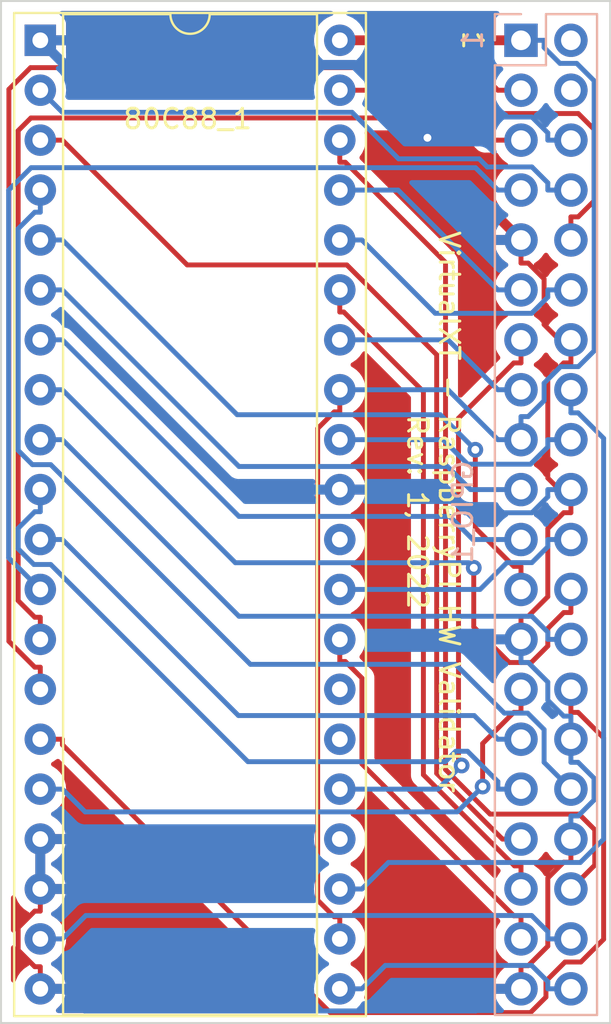
<source format=kicad_pcb>
(kicad_pcb (version 20211014) (generator pcbnew)
  (layers (0 "F.Cu" signal) (31 "B.Cu" signal) (34 "B.Paste" user) (35 "F.Paste" user) (36 "B.SilkS" user "B.Silkscreen") (37 "F.SilkS" user "F.Silkscreen") (38 "B.Mask" user) (39 "F.Mask" user) (44 "Edge.Cuts" user))
  (net 0 "")
  (net 1 "Net-(80C88_1-Pad1)")
  (net 2 "Net-(80C88_1-Pad2)")
  (net 3 "Net-(80C88_1-Pad3)")
  (net 4 "Net-(80C88_1-Pad4)")
  (net 5 "Net-(80C88_1-Pad5)")
  (net 6 "Net-(80C88_1-Pad6)")
  (net 7 "Net-(80C88_1-Pad7)")
  (net 8 "Net-(80C88_1-Pad8)")
  (net 9 "Net-(80C88_1-Pad9)")
  (net 10 "Net-(80C88_1-Pad10)")
  (net 11 "Net-(80C88_1-Pad11)")
  (net 12 "Net-(80C88_1-Pad12)")
  (net 13 "Net-(80C88_1-Pad13)")
  (net 14 "Net-(80C88_1-Pad14)")
  (net 15 "Net-(80C88_1-Pad15)")
  (net 16 "Net-(80C88_1-Pad16)")
  (net 17 "Net-(80C88_1-Pad19)")
  (net 18 "Net-(80C88_1-Pad21)")
  (net 19 "Net-(80C88_1-Pad22)")
  (net 21 "Net-(80C88_1-Pad23)")
  (net 25 "Net-(80C88_1-Pad25)")
  (net 26 "Net-(80C88_1-Pad28)")
  (net 27 "Net-(80C88_1-Pad29)")
  (net 28 "Net-(80C88_1-Pad32)")
  (net 29 "Net-(80C88_1-Pad34)")
  (net 30 "Net-(80C88_1-Pad35)")
  (net 31 "Net-(80C88_1-Pad36)")
  (net 32 "Net-(80C88_1-Pad37)")
  (net 33 "Net-(80C88_1-Pad38)")
  (net 34 "Net-(80C88_1-Pad39)")
  (footprint "Package_DIP:DIP-40_W15.24mm_Socket" (layer "F.Cu") (at 120 56)
    (fp_text reference "80C88_1" (at 7.5 4 180) (layer "F.SilkS"))
    (fp_text value "8088_Min_Mode")
    (fp_line (start 16.57 -1.39) (end -1.33 -1.39) (layer "F.SilkS") (width 0.12))
    (fp_line (start 16.57 49.65) (end 16.57 -1.39) (layer "F.SilkS") (width 0.12))
    (fp_line (start -1.33 49.65) (end 16.57 49.65) (layer "F.SilkS") (width 0.12))
    (fp_line (start 14.08 49.59) (end 14.08 -1.33) (layer "F.SilkS") (width 0.12))
    (fp_line (start 14.08 -1.33) (end 8.62 -1.33) (layer "F.SilkS") (width 0.12))
    (fp_line (start 1.16 49.59) (end 14.08 49.59) (layer "F.SilkS") (width 0.12))
    (fp_line (start 1.16 -1.33) (end 1.16 49.59) (layer "F.SilkS") (width 0.12))
    (fp_line (start 6.62 -1.33) (end 1.16 -1.33) (layer "F.SilkS") (width 0.12))
    (fp_line (start -1.33 -1.39) (end -1.33 49.65) (layer "F.SilkS") (width 0.12))
    (fp_arc (start 8.62 -1.33) (mid 7.62 -0.33) (end 6.62 -1.33) (layer "F.SilkS") (width 0.12))
    (pad "1" thru_hole rect locked (at 0 0) (size 1.6 1.6) (drill 0.8) (layers *.Cu *.Mask) (net 1 "Net-(80C88_1-Pad1)"))
    (pad "2" thru_hole oval locked (at 0 2.54) (size 1.6 1.6) (drill 0.8) (layers *.Cu *.Mask) (net 2 "Net-(80C88_1-Pad2)"))
    (pad "3" thru_hole oval locked (at 0 5.08) (size 1.6 1.6) (drill 0.8) (layers *.Cu *.Mask) (net 3 "Net-(80C88_1-Pad3)"))
    (pad "4" thru_hole oval locked (at 0 7.62) (size 1.6 1.6) (drill 0.8) (layers *.Cu *.Mask) (net 4 "Net-(80C88_1-Pad4)"))
    (pad "5" thru_hole oval locked (at 0 10.16) (size 1.6 1.6) (drill 0.8) (layers *.Cu *.Mask) (net 5 "Net-(80C88_1-Pad5)"))
    (pad "6" thru_hole oval locked (at 0 12.7) (size 1.6 1.6) (drill 0.8) (layers *.Cu *.Mask) (net 6 "Net-(80C88_1-Pad6)"))
    (pad "7" thru_hole oval locked (at 0 15.24) (size 1.6 1.6) (drill 0.8) (layers *.Cu *.Mask) (net 7 "Net-(80C88_1-Pad7)"))
    (pad "8" thru_hole oval locked (at 0 17.78) (size 1.6 1.6) (drill 0.8) (layers *.Cu *.Mask) (net 8 "Net-(80C88_1-Pad8)"))
    (pad "9" thru_hole oval locked (at 0 20.32) (size 1.6 1.6) (drill 0.8) (layers *.Cu *.Mask) (net 9 "Net-(80C88_1-Pad9)"))
    (pad "10" thru_hole oval locked (at 0 22.86) (size 1.6 1.6) (drill 0.8) (layers *.Cu *.Mask) (net 10 "Net-(80C88_1-Pad10)"))
    (pad "11" thru_hole oval locked (at 0 25.4) (size 1.6 1.6) (drill 0.8) (layers *.Cu *.Mask) (net 11 "Net-(80C88_1-Pad11)"))
    (pad "12" thru_hole oval locked (at 0 27.94) (size 1.6 1.6) (drill 0.8) (layers *.Cu *.Mask) (net 12 "Net-(80C88_1-Pad12)"))
    (pad "13" thru_hole oval locked (at 0 30.48) (size 1.6 1.6) (drill 0.8) (layers *.Cu *.Mask) (net 13 "Net-(80C88_1-Pad13)"))
    (pad "14" thru_hole oval locked (at 0 33.02) (size 1.6 1.6) (drill 0.8) (layers *.Cu *.Mask) (net 14 "Net-(80C88_1-Pad14)"))
    (pad "15" thru_hole oval locked (at 0 35.56) (size 1.6 1.6) (drill 0.8) (layers *.Cu *.Mask) (net 15 "Net-(80C88_1-Pad15)"))
    (pad "16" thru_hole oval locked (at 0 38.1) (size 1.6 1.6) (drill 0.8) (layers *.Cu *.Mask) (net 16 "Net-(80C88_1-Pad16)"))
    (pad "17" thru_hole oval locked (at 0 40.64) (size 1.6 1.6) (drill 0.8) (layers *.Cu *.Mask) (net 1 "Net-(80C88_1-Pad1)"))
    (pad "18" thru_hole oval locked (at 0 43.18) (size 1.6 1.6) (drill 0.8) (layers *.Cu *.Mask) (net 1 "Net-(80C88_1-Pad1)"))
    (pad "19" thru_hole oval locked (at 0 45.72) (size 1.6 1.6) (drill 0.8) (layers *.Cu *.Mask) (net 17 "Net-(80C88_1-Pad19)"))
    (pad "20" thru_hole oval locked (at 0 48.26) (size 1.6 1.6) (drill 0.8) (layers *.Cu *.Mask) (net 1 "Net-(80C88_1-Pad1)"))
    (pad "21" thru_hole oval locked (at 15.24 48.26) (size 1.6 1.6) (drill 0.8) (layers *.Cu *.Mask) (net 18 "Net-(80C88_1-Pad21)"))
    (pad "22" thru_hole oval locked (at 15.24 45.72) (size 1.6 1.6) (drill 0.8) (layers *.Cu *.Mask) (net 19 "Net-(80C88_1-Pad22)"))
    (pad "23" thru_hole oval locked (at 15.24 43.18) (size 1.6 1.6) (drill 0.8) (layers *.Cu *.Mask) (net 21 "Net-(80C88_1-Pad23)"))
    (pad "24" thru_hole oval locked (at 15.24 40.64) (size 1.6 1.6) (drill 0.8) (layers *.Cu *.Mask))
    (pad "25" thru_hole oval locked (at 15.24 38.1) (size 1.6 1.6) (drill 0.8) (layers *.Cu *.Mask) (net 25 "Net-(80C88_1-Pad25)"))
    (pad "26" thru_hole oval locked (at 15.24 35.56) (size 1.6 1.6) (drill 0.8) (layers *.Cu *.Mask))
    (pad "27" thru_hole oval locked (at 15.24 33.02) (size 1.6 1.6) (drill 0.8) (layers *.Cu *.Mask))
    (pad "28" thru_hole oval locked (at 15.24 30.48) (size 1.6 1.6) (drill 0.8) (layers *.Cu *.Mask) (net 26 "Net-(80C88_1-Pad28)"))
    (pad "29" thru_hole oval locked (at 15.24 27.94) (size 1.6 1.6) (drill 0.8) (layers *.Cu *.Mask) (net 27 "Net-(80C88_1-Pad29)"))
    (pad "30" thru_hole oval locked (at 15.24 25.4) (size 1.6 1.6) (drill 0.8) (layers *.Cu *.Mask))
    (pad "31" thru_hole oval locked (at 15.24 22.86) (size 1.6 1.6) (drill 0.8) (layers *.Cu *.Mask) (net 1 "Net-(80C88_1-Pad1)"))
    (pad "32" thru_hole oval locked (at 15.24 20.32) (size 1.6 1.6) (drill 0.8) (layers *.Cu *.Mask) (net 28 "Net-(80C88_1-Pad32)"))
    (pad "33" thru_hole oval locked (at 15.24 17.78) (size 1.6 1.6) (drill 0.8) (layers *.Cu *.Mask) (net 19 "Net-(80C88_1-Pad22)"))
    (pad "34" thru_hole oval locked (at 15.24 15.24) (size 1.6 1.6) (drill 0.8) (layers *.Cu *.Mask) (net 29 "Net-(80C88_1-Pad34)"))
    (pad "35" thru_hole oval locked (at 15.24 12.7) (size 1.6 1.6) (drill 0.8) (layers *.Cu *.Mask) (net 30 "Net-(80C88_1-Pad35)"))
    (pad "36" thru_hole oval locked (at 15.24 10.16) (size 1.6 1.6) (drill 0.8) (layers *.Cu *.Mask) (net 31 "Net-(80C88_1-Pad36)"))
    (pad "37" thru_hole oval locked (at 15.24 7.62) (size 1.6 1.6) (drill 0.8) (layers *.Cu *.Mask) (net 32 "Net-(80C88_1-Pad37)"))
    (pad "38" thru_hole oval locked (at 15.24 5.08) (size 1.6 1.6) (drill 0.8) (layers *.Cu *.Mask) (net 33 "Net-(80C88_1-Pad38)"))
    (pad "39" thru_hole oval locked (at 15.24 2.54) (size 1.6 1.6) (drill 0.8) (layers *.Cu *.Mask) (net 34 "Net-(80C88_1-Pad39)"))
    (pad "40" thru_hole oval locked (at 15.24 0) (size 1.6 1.6) (drill 0.8) (layers *.Cu *.Mask) (net 19 "Net-(80C88_1-Pad22)"))
  )
  (footprint "Connector_PinSocket_2.54mm:PinSocket_2x20_P2.54mm_Vertical" (layer "B.Cu") (at 144.46 56 180)
    (fp_text reference "GPIO_1" (at 2.96 -24 90) (layer "B.SilkS") (effects (justify mirror)))
    (fp_text value "Raspberry_Pi_2_3")
    (fp_line (start -3.87 1.33) (end -3.87 -49.59) (layer "B.SilkS") (width 0.12))
    (fp_line (start -3.87 -49.59) (end 1.33 -49.59) (layer "B.SilkS") (width 0.12))
    (fp_line (start -1.27 1.33) (end -1.27 -1.27) (layer "B.SilkS") (width 0.12))
    (fp_line (start 0 1.33) (end 1.33 1.33) (layer "B.SilkS") (width 0.12))
    (fp_line (start -3.87 1.33) (end -1.27 1.33) (layer "B.SilkS") (width 0.12))
    (fp_line (start 1.33 -1.27) (end 1.33 -49.59) (layer "B.SilkS") (width 0.12))
    (fp_line (start -1.27 -1.27) (end 1.33 -1.27) (layer "B.SilkS") (width 0.12))
    (fp_line (start 1.33 1.33) (end 1.33 0) (layer "B.SilkS") (width 0.12))
    (pad "1" thru_hole rect locked (at 0 0 180) (size 1.7 1.7) (drill 1) (layers *.Cu *.Mask) (net 19 "Net-(80C88_1-Pad22)"))
    (pad "2" thru_hole oval locked (at -2.54 0 180) (size 1.7 1.7) (drill 1) (layers *.Cu *.Mask))
    (pad "3" thru_hole oval locked (at 0 -2.54 180) (size 1.7 1.7) (drill 1) (layers *.Cu *.Mask) (net 14 "Net-(80C88_1-Pad14)"))
    (pad "4" thru_hole oval locked (at -2.54 -2.54 180) (size 1.7 1.7) (drill 1) (layers *.Cu *.Mask))
    (pad "5" thru_hole oval locked (at 0 -5.08 180) (size 1.7 1.7) (drill 1) (layers *.Cu *.Mask) (net 13 "Net-(80C88_1-Pad13)"))
    (pad "6" thru_hole oval locked (at -2.54 -5.08 180) (size 1.7 1.7) (drill 1) (layers *.Cu *.Mask) (net 1 "Net-(80C88_1-Pad1)"))
    (pad "7" thru_hole oval locked (at 0 -7.62 180) (size 1.7 1.7) (drill 1) (layers *.Cu *.Mask) (net 12 "Net-(80C88_1-Pad12)"))
    (pad "8" thru_hole oval locked (at -2.54 -7.62 180) (size 1.7 1.7) (drill 1) (layers *.Cu *.Mask) (net 2 "Net-(80C88_1-Pad2)"))
    (pad "9" thru_hole oval locked (at 0 -10.16 180) (size 1.7 1.7) (drill 1) (layers *.Cu *.Mask) (net 1 "Net-(80C88_1-Pad1)"))
    (pad "10" thru_hole oval locked (at -2.54 -10.16 180) (size 1.7 1.7) (drill 1) (layers *.Cu *.Mask) (net 34 "Net-(80C88_1-Pad39)"))
    (pad "11" thru_hole oval locked (at 0 -12.7 180) (size 1.7 1.7) (drill 1) (layers *.Cu *.Mask) (net 32 "Net-(80C88_1-Pad37)"))
    (pad "12" thru_hole oval locked (at -2.54 -12.7 180) (size 1.7 1.7) (drill 1) (layers *.Cu *.Mask) (net 31 "Net-(80C88_1-Pad36)"))
    (pad "13" thru_hole oval locked (at 0 -15.24 180) (size 1.7 1.7) (drill 1) (layers *.Cu *.Mask) (net 25 "Net-(80C88_1-Pad25)"))
    (pad "14" thru_hole oval locked (at -2.54 -15.24 180) (size 1.7 1.7) (drill 1) (layers *.Cu *.Mask) (net 1 "Net-(80C88_1-Pad1)"))
    (pad "15" thru_hole oval locked (at 0 -17.78 180) (size 1.7 1.7) (drill 1) (layers *.Cu *.Mask) (net 29 "Net-(80C88_1-Pad34)"))
    (pad "16" thru_hole oval locked (at -2.54 -17.78 180) (size 1.7 1.7) (drill 1) (layers *.Cu *.Mask) (net 21 "Net-(80C88_1-Pad23)"))
    (pad "17" thru_hole oval locked (at 0 -20.32 180) (size 1.7 1.7) (drill 1) (layers *.Cu *.Mask) (net 19 "Net-(80C88_1-Pad22)"))
    (pad "18" thru_hole oval locked (at -2.54 -20.32 180) (size 1.7 1.7) (drill 1) (layers *.Cu *.Mask) (net 28 "Net-(80C88_1-Pad32)"))
    (pad "19" thru_hole oval locked (at 0 -22.86 180) (size 1.7 1.7) (drill 1) (layers *.Cu *.Mask) (net 6 "Net-(80C88_1-Pad6)"))
    (pad "20" thru_hole oval locked (at -2.54 -22.86 180) (size 1.7 1.7) (drill 1) (layers *.Cu *.Mask) (net 1 "Net-(80C88_1-Pad1)"))
    (pad "21" thru_hole oval locked (at 0 -25.4 180) (size 1.7 1.7) (drill 1) (layers *.Cu *.Mask) (net 7 "Net-(80C88_1-Pad7)"))
    (pad "22" thru_hole oval locked (at -2.54 -25.4 180) (size 1.7 1.7) (drill 1) (layers *.Cu *.Mask) (net 27 "Net-(80C88_1-Pad29)"))
    (pad "23" thru_hole oval locked (at 0 -27.94 180) (size 1.7 1.7) (drill 1) (layers *.Cu *.Mask) (net 5 "Net-(80C88_1-Pad5)"))
    (pad "24" thru_hole oval locked (at -2.54 -27.94 180) (size 1.7 1.7) (drill 1) (layers *.Cu *.Mask) (net 8 "Net-(80C88_1-Pad8)"))
    (pad "25" thru_hole oval locked (at 0 -30.48 180) (size 1.7 1.7) (drill 1) (layers *.Cu *.Mask) (net 1 "Net-(80C88_1-Pad1)"))
    (pad "26" thru_hole oval locked (at -2.54 -30.48 180) (size 1.7 1.7) (drill 1) (layers *.Cu *.Mask) (net 9 "Net-(80C88_1-Pad9)"))
    (pad "27" thru_hole oval locked (at 0 -33.02 180) (size 1.7 1.7) (drill 1) (layers *.Cu *.Mask) (net 16 "Net-(80C88_1-Pad16)"))
    (pad "28" thru_hole oval locked (at -2.54 -33.02 180) (size 1.7 1.7) (drill 1) (layers *.Cu *.Mask) (net 15 "Net-(80C88_1-Pad15)"))
    (pad "29" thru_hole oval locked (at 0 -35.56 180) (size 1.7 1.7) (drill 1) (layers *.Cu *.Mask) (net 11 "Net-(80C88_1-Pad11)"))
    (pad "30" thru_hole oval locked (at -2.54 -35.56 180) (size 1.7 1.7) (drill 1) (layers *.Cu *.Mask) (net 1 "Net-(80C88_1-Pad1)"))
    (pad "31" thru_hole oval locked (at 0 -38.1 180) (size 1.7 1.7) (drill 1) (layers *.Cu *.Mask) (net 10 "Net-(80C88_1-Pad10)"))
    (pad "32" thru_hole oval locked (at -2.54 -38.1 180) (size 1.7 1.7) (drill 1) (layers *.Cu *.Mask) (net 4 "Net-(80C88_1-Pad4)"))
    (pad "33" thru_hole oval locked (at 0 -40.64 180) (size 1.7 1.7) (drill 1) (layers *.Cu *.Mask) (net 3 "Net-(80C88_1-Pad3)"))
    (pad "34" thru_hole oval locked (at -2.54 -40.64 180) (size 1.7 1.7) (drill 1) (layers *.Cu *.Mask) (net 1 "Net-(80C88_1-Pad1)"))
    (pad "35" thru_hole oval locked (at 0 -43.18 180) (size 1.7 1.7) (drill 1) (layers *.Cu *.Mask) (net 30 "Net-(80C88_1-Pad35)"))
    (pad "36" thru_hole oval locked (at -2.54 -43.18 180) (size 1.7 1.7) (drill 1) (layers *.Cu *.Mask) (net 33 "Net-(80C88_1-Pad38)"))
    (pad "37" thru_hole oval locked (at 0 -45.72 180) (size 1.7 1.7) (drill 1) (layers *.Cu *.Mask) (net 26 "Net-(80C88_1-Pad28)"))
    (pad "38" thru_hole oval locked (at -2.54 -45.72 180) (size 1.7 1.7) (drill 1) (layers *.Cu *.Mask) (net 17 "Net-(80C88_1-Pad19)"))
    (pad "39" thru_hole oval locked (at 0 -48.26 180) (size 1.7 1.7) (drill 1) (layers *.Cu *.Mask) (net 1 "Net-(80C88_1-Pad1)"))
    (pad "40" thru_hole oval locked (at -2.54 -48.26 180) (size 1.7 1.7) (drill 1) (layers *.Cu *.Mask) (net 18 "Net-(80C88_1-Pad21)"))
  )
  (gr_line (start 149 54) (end 118 54) (layer "Edge.Cuts") (width 0.1))
  (gr_line (start 149 106) (end 149 54) (layer "Edge.Cuts") (width 0.1))
  (gr_line (start 118 54) (end 118 106) (layer "Edge.Cuts") (width 0.1))
  (gr_line (start 118 106) (end 149 106) (layer "Edge.Cuts") (width 0.1))
  (gr_text "1" (at 142 56 -270) (layer "B.SilkS") (effects (font (size 1 1)) (justify mirror)))
  (gr_text "1" (at 142 56 270) (layer "F.SilkS") (effects (font (size 1 1))))
  (gr_text "VirtualXT - RaspberryPI HW Validator\nRev: 1, 2022" (at 140 80 270) (layer "F.SilkS") (effects (font (size 1 1))))
  (segment (start 120 99.18) (end 120 96.64) (width 0.25) (layer "F.Cu") (net 1))
  (segment (start 119.7187 103.1347) (end 118.8747 102.2907) (width 0.25) (layer "F.Cu") (net 1))
  (segment (start 145.8247 73.2232) (end 146.6326 72.4153) (width 0.25) (layer "F.Cu") (net 1))
  (segment (start 145.8247 98.6232) (end 146.6326 97.8153) (width 0.25) (layer "F.Cu") (net 1))
  (segment (start 119.7186 100.3053) (end 120 100.3053) (width 0.25) (layer "F.Cu") (net 1))
  (segment (start 144.46 66.16) (end 144.46 67.3353) (width 0.25) (layer "F.Cu") (net 1))
  (segment (start 147 71.8276) (end 147 72.4153) (width 0.25) (layer "F.Cu") (net 1))
  (segment (start 144.8274 103.0847) (end 145.8247 102.0874) (width 0.25) (layer "F.Cu") (net 1))
  (segment (start 147 96.64) (end 147 97.8153) (width 0.25) (layer "F.Cu") (net 1))
  (segment (start 147 79.4476) (end 147 80.0353) (width 0.25) (layer "F.Cu") (net 1))
  (segment (start 139.7 60.96) (end 139.7 61.4) (width 0.5) (layer "F.Cu") (net 1))
  (segment (start 145.8247 80.8432) (end 146.6326 80.0353) (width 0.25) (layer "F.Cu") (net 1))
  (segment (start 118.8747 102.2907) (end 118.8747 101.1492) (width 0.25) (layer "F.Cu") (net 1))
  (segment (start 144.46 103.0847) (end 144.8274 103.0847) (width 0.25) (layer "F.Cu") (net 1))
  (segment (start 144.46 104.26) (end 144.46 103.0847) (width 0.25) (layer "F.Cu") (net 1))
  (segment (start 145.8247 84.3074) (end 145.8247 80.8432) (width 0.25) (layer "F.Cu") (net 1))
  (segment (start 144.8274 67.3353) (end 144.46 67.3353) (width 0.25) (layer "F.Cu") (net 1))
  (segment (start 147 79.4476) (end 145.8247 78.2723) (width 0.25) (layer "F.Cu") (net 1))
  (segment (start 147 78.86) (end 147 79.4476) (width 0.25) (layer "F.Cu") (net 1))
  (segment (start 118.8747 101.1492) (end 119.7186 100.3053) (width 0.25) (layer "F.Cu") (net 1))
  (segment (start 144.46 85.3047) (end 144.8274 85.3047) (width 0.25) (layer "F.Cu") (net 1))
  (segment (start 144.46 86.48) (end 144.46 85.3047) (width 0.25) (layer "F.Cu") (net 1))
  (segment (start 120 104.26) (end 120 103.1347) (width 0.25) (layer "F.Cu") (net 1))
  (segment (start 145.8247 102.0874) (end 145.8247 98.6232) (width 0.25) (layer "F.Cu") (net 1))
  (segment (start 146.6326 80.0353) (end 147 80.0353) (width 0.25) (layer "F.Cu") (net 1))
  (segment (start 146.6326 97.8153) (end 147 97.8153) (width 0.25) (layer "F.Cu") (net 1))
  (segment (start 145.8247 78.2723) (end 145.8247 73.2232) (width 0.25) (layer "F.Cu") (net 1))
  (segment (start 144.8274 85.3047) (end 145.8247 84.3074) (width 0.25) (layer "F.Cu") (net 1))
  (segment (start 145.6353 70.4629) (end 145.6353 68.1432) (width 0.25) (layer "F.Cu") (net 1))
  (segment (start 146.6326 72.4153) (end 147 72.4153) (width 0.25) (layer "F.Cu") (net 1))
  (segment (start 120 103.1347) (end 119.7187 103.1347) (width 0.25) (layer "F.Cu") (net 1))
  (segment (start 147 71.24) (end 147 71.8276) (width 0.25) (layer "F.Cu") (net 1))
  (segment (start 144.46 66.16) (end 139.7 61.4) (width 0.5) (layer "F.Cu") (net 1))
  (segment (start 120 99.18) (end 120 100.3053) (width 0.25) (layer "F.Cu") (net 1))
  (segment (start 147 71.8276) (end 145.6353 70.4629) (width 0.25) (layer "F.Cu") (net 1))
  (segment (start 145.6353 68.1432) (end 144.8274 67.3353) (width 0.25) (layer "F.Cu") (net 1))
  (via (at 139.7 60.96) (size 0.8) (drill 0.4) (layers "F.Cu" "B.Cu") (net 1))
  (segment (start 143.2847 104.26) (end 142.1594 105.3853) (width 0.25) (layer "B.Cu") (net 1))
  (segment (start 144.46 104.26) (end 143.2847 104.26) (width 0.25) (layer "B.Cu") (net 1))
  (segment (start 139.7 60.96) (end 135.989511 57.249511) (width 0.5) (layer "B.Cu") (net 1))
  (segment (start 148.1753 93.5432) (end 147.3674 92.7353) (width 0.25) (layer "B.Cu") (net 1))
  (segment (start 147 95.4647) (end 147.3673 95.4647) (width 0.25) (layer "B.Cu") (net 1))
  (segment (start 144.46 86.48) (end 144.46 87.6553) (width 0.25) (layer "B.Cu") (net 1))
  (segment (start 145.8247 61.08) (end 145.8247 60.7126) (width 0.25) (layer "B.Cu") (net 1))
  (segment (start 145.8247 60.7126) (end 145.0168 59.9047) (width 0.25) (layer "B.Cu") (net 1))
  (segment (start 147 91.56) (end 147 92.7353) (width 0.25) (layer "B.Cu") (net 1))
  (segment (start 147 91.56) (end 147 90.3847) (width 0.25) (layer "B.Cu") (net 1))
  (segment (start 145.8247 88.6526) (end 144.8274 87.6553) (width 0.25) (layer "B.Cu") (net 1))
  (segment (start 120 104.26) (end 121.1253 104.26) (width 0.25) (layer "B.Cu") (net 1))
  (segment (start 147.3674 92.7353) (end 147 92.7353) (width 0.25) (layer "B.Cu") (net 1))
  (segment (start 142.1594 105.3853) (end 122.2506 105.3853) (width 0.25) (layer "B.Cu") (net 1))
  (segment (start 144.8274 87.6553) (end 144.46 87.6553) (width 0.25) (layer "B.Cu") (net 1))
  (segment (start 145.0168 59.9047) (end 140.7553 59.9047) (width 0.25) (layer "B.Cu") (net 1))
  (segment (start 146.6326 90.3847) (end 145.8247 89.5768) (width 0.25) (layer "B.Cu") (net 1))
  (segment (start 145.8247 89.5768) (end 145.8247 88.6526) (width 0.25) (layer "B.Cu") (net 1))
  (segment (start 147 78.86) (end 145.8247 78.86) (width 0.25) (layer "B.Cu") (net 1))
  (segment (start 140.4261 78.86) (end 135.24 78.86) (width 0.25) (layer "B.Cu") (net 1))
  (segment (start 122.2506 105.3853) (end 121.1253 104.26) (width 0.25) (layer "B.Cu") (net 1))
  (segment (start 147 96.64) (end 147 95.4647) (width 0.25) (layer "B.Cu") (net 1))
  (segment (start 121.249511 57.249511) (end 120 56) (width 0.5) (layer "B.Cu") (net 1))
  (segment (start 140.7553 59.9047) (end 139.7 60.96) (width 0.25) (layer "B.Cu") (net 1))
  (segment (start 147.3673 95.4647) (end 148.1753 94.6567) (width 0.25) (layer "B.Cu") (net 1))
  (segment (start 148.1753 94.6567) (end 148.1753 93.5432) (width 0.25) (layer "B.Cu") (net 1))
  (segment (start 147 61.08) (end 145.8247 61.08) (width 0.25) (layer "B.Cu") (net 1))
  (segment (start 141.6046 80.0385) (end 140.4261 78.86) (width 0.25) (layer "B.Cu") (net 1))
  (segment (start 135.989511 57.249511) (end 121.249511 57.249511) (width 0.5) (layer "B.Cu") (net 1))
  (segment (start 145.0135 80.0385) (end 141.6046 80.0385) (width 0.25) (layer "B.Cu") (net 1))
  (segment (start 145.8247 79.2273) (end 145.0135 80.0385) (width 0.25) (layer "B.Cu") (net 1))
  (segment (start 147 90.3847) (end 146.6326 90.3847) (width 0.25) (layer "B.Cu") (net 1))
  (segment (start 145.8247 78.86) (end 145.8247 79.2273) (width 0.25) (layer "B.Cu") (net 1))
  (segment (start 138.23098 62.03098) (end 135.864511 59.664511) (width 0.25) (layer "B.Cu") (net 2))
  (segment (start 142.331397 62.03098) (end 138.23098 62.03098) (width 0.25) (layer "B.Cu") (net 2))
  (segment (start 145.8247 63.62) (end 145.8247 63.2526) (width 0.25) (layer "B.Cu") (net 2))
  (segment (start 135.864511 59.664511) (end 121.124511 59.664511) (width 0.25) (layer "B.Cu") (net 2))
  (segment (start 145.0168 62.4447) (end 142.745118 62.4447) (width 0.25) (layer "B.Cu") (net 2))
  (segment (start 142.745118 62.4447) (end 142.331397 62.03098) (width 0.25) (layer "B.Cu") (net 2))
  (segment (start 145.8247 63.2526) (end 145.0168 62.4447) (width 0.25) (layer "B.Cu") (net 2))
  (segment (start 147 63.62) (end 145.8247 63.62) (width 0.25) (layer "B.Cu") (net 2))
  (segment (start 121.124511 59.664511) (end 120 58.54) (width 0.25) (layer "B.Cu") (net 2))
  (segment (start 135.6002 67.43) (end 127.4753 67.43) (width 0.25) (layer "F.Cu") (net 3))
  (segment (start 143.5121 96.64) (end 140.1698 93.2977) (width 0.25) (layer "F.Cu") (net 3))
  (segment (start 120 61.08) (end 121.1253 61.08) (width 0.25) (layer "F.Cu") (net 3))
  (segment (start 140.1698 71.9996) (end 135.6002 67.43) (width 0.25) (layer "F.Cu") (net 3))
  (segment (start 127.4753 67.43) (end 121.1253 61.08) (width 0.25) (layer "F.Cu") (net 3))
  (segment (start 144.46 96.64) (end 143.5121 96.64) (width 0.25) (layer "F.Cu") (net 3))
  (segment (start 140.1698 93.2977) (end 140.1698 71.9996) (width 0.25) (layer "F.Cu") (net 3))
  (segment (start 145.6354 92.7354) (end 145.6354 91.0678) (width 0.25) (layer "B.Cu") (net 4))
  (segment (start 141.1291 87.75) (end 130.6902 87.75) (width 0.25) (layer "B.Cu") (net 4))
  (segment (start 147 94.1) (end 145.6354 92.7354) (width 0.25) (layer "B.Cu") (net 4))
  (segment (start 118.8747 76.8658) (end 118.8747 65.5892) (width 0.25) (layer "B.Cu") (net 4))
  (segment (start 143.611 90.2319) (end 141.1291 87.75) (width 0.25) (layer "B.Cu") (net 4))
  (segment (start 119.5989 77.59) (end 118.8747 76.8658) (width 0.25) (layer "B.Cu") (net 4))
  (segment (start 144.7995 90.2319) (end 143.611 90.2319) (width 0.25) (layer "B.Cu") (net 4))
  (segment (start 119.7186 64.7453) (end 120 64.7453) (width 0.25) (layer "B.Cu") (net 4))
  (segment (start 130.6902 87.75) (end 120.5302 77.59) (width 0.25) (layer "B.Cu") (net 4))
  (segment (start 145.6354 91.0678) (end 144.7995 90.2319) (width 0.25) (layer "B.Cu") (net 4))
  (segment (start 118.8747 65.5892) (end 119.7186 64.7453) (width 0.25) (layer "B.Cu") (net 4))
  (segment (start 120 63.62) (end 120 64.7453) (width 0.25) (layer "B.Cu") (net 4))
  (segment (start 120.5302 77.59) (end 119.5989 77.59) (width 0.25) (layer "B.Cu") (net 4))
  (segment (start 142.1354 80.8074) (end 142.1354 76.8326) (width 0.25) (layer "F.Cu") (net 5))
  (segment (start 144.46 82.7647) (end 144.0927 82.7647) (width 0.25) (layer "F.Cu") (net 5))
  (segment (start 144.0927 82.7647) (end 142.1354 80.8074) (width 0.25) (layer "F.Cu") (net 5))
  (segment (start 144.46 83.94) (end 144.46 82.7647) (width 0.25) (layer "F.Cu") (net 5))
  (via (at 142.1354 76.8326) (size 0.8) (drill 0.4) (layers "F.Cu" "B.Cu") (net 5))
  (segment (start 140.3528 75.05) (end 142.1354 76.8326) (width 0.25) (layer "B.Cu") (net 5))
  (segment (start 121.1253 66.16) (end 130.0153 75.05) (width 0.25) (layer "B.Cu") (net 5))
  (segment (start 130.0153 75.05) (end 140.3528 75.05) (width 0.25) (layer "B.Cu") (net 5))
  (segment (start 120 66.16) (end 121.1253 66.16) (width 0.25) (layer "B.Cu") (net 5))
  (segment (start 121.1253 68.7) (end 130.11 77.6847) (width 0.25) (layer "B.Cu") (net 6))
  (segment (start 130.11 77.6847) (end 140.7159 77.6847) (width 0.25) (layer "B.Cu") (net 6))
  (segment (start 120 68.7) (end 121.1253 68.7) (width 0.25) (layer "B.Cu") (net 6))
  (segment (start 140.7159 77.6847) (end 141.8912 78.86) (width 0.25) (layer "B.Cu") (net 6))
  (segment (start 144.46 78.86) (end 143.2847 78.86) (width 0.25) (layer "B.Cu") (net 6))
  (segment (start 141.8912 78.86) (end 143.2847 78.86) (width 0.25) (layer "B.Cu") (net 6))
  (segment (start 120 71.24) (end 121.1253 71.24) (width 0.25) (layer "B.Cu") (net 7))
  (segment (start 130.11 80.2247) (end 140.8356 80.2247) (width 0.25) (layer "B.Cu") (net 7))
  (segment (start 140.8356 80.2247) (end 142.0109 81.4) (width 0.25) (layer "B.Cu") (net 7))
  (segment (start 121.1253 71.24) (end 130.11 80.2247) (width 0.25) (layer "B.Cu") (net 7))
  (segment (start 144.46 81.4) (end 143.2847 81.4) (width 0.25) (layer "B.Cu") (net 7))
  (segment (start 142.0109 81.4) (end 143.2847 81.4) (width 0.25) (layer "B.Cu") (net 7))
  (segment (start 143.8637 87.6569) (end 142.0564 85.8496) (width 0.25) (layer "F.Cu") (net 8))
  (segment (start 142.0564 85.8496) (end 142.0564 82.8386) (width 0.25) (layer "F.Cu") (net 8))
  (segment (start 145.8247 85.9232) (end 145.8247 86.8163) (width 0.25) (layer "F.Cu") (net 8))
  (segment (start 146.6326 85.1153) (end 145.8247 85.9232) (width 0.25) (layer "F.Cu") (net 8))
  (segment (start 147 85.1153) (end 146.6326 85.1153) (width 0.25) (layer "F.Cu") (net 8))
  (segment (start 147 83.94) (end 147 85.1153) (width 0.25) (layer "F.Cu") (net 8))
  (segment (start 144.9841 87.6569) (end 143.8637 87.6569) (width 0.25) (layer "F.Cu") (net 8))
  (segment (start 145.8247 86.8163) (end 144.9841 87.6569) (width 0.25) (layer "F.Cu") (net 8))
  (via (at 142.0564 82.8386) (size 0.8) (drill 0.4) (layers "F.Cu" "B.Cu") (net 8))
  (segment (start 120 73.78) (end 121.1253 73.78) (width 0.25) (layer "B.Cu") (net 8))
  (segment (start 121.1253 73.78) (end 129.9265 82.5812) (width 0.25) (layer "B.Cu") (net 8))
  (segment (start 129.9265 82.5812) (end 141.799 82.5812) (width 0.25) (layer "B.Cu") (net 8))
  (segment (start 141.799 82.5812) (end 142.0564 82.8386) (width 0.25) (layer "B.Cu") (net 8))
  (segment (start 120 76.32) (end 121.1253 76.32) (width 0.25) (layer "B.Cu") (net 9))
  (segment (start 145.8247 86.1126) (end 145.8247 86.48) (width 0.25) (layer "B.Cu") (net 9))
  (segment (start 130.11 85.3047) (end 145.0168 85.3047) (width 0.25) (layer "B.Cu") (net 9))
  (segment (start 121.1253 76.32) (end 130.11 85.3047) (width 0.25) (layer "B.Cu") (net 9))
  (segment (start 147 86.48) (end 145.8247 86.48) (width 0.25) (layer "B.Cu") (net 9))
  (segment (start 145.0168 85.3047) (end 145.8247 86.1126) (width 0.25) (layer "B.Cu") (net 9))
  (segment (start 130.5636 92.7034) (end 120.5302 82.67) (width 0.25) (layer "B.Cu") (net 10))
  (segment (start 143.2847 94.1) (end 143.2847 93.7175) (width 0.25) (layer "B.Cu") (net 10))
  (segment (start 120 78.86) (end 120 79.9853) (width 0.25) (layer "B.Cu") (net 10))
  (segment (start 119.7186 79.9853) (end 120 79.9853) (width 0.25) (layer "B.Cu") (net 10))
  (segment (start 118.8747 81.8721) (end 118.8747 80.8292) (width 0.25) (layer "B.Cu") (net 10))
  (segment (start 120.5302 82.67) (end 119.6726 82.67) (width 0.25) (layer "B.Cu") (net 10))
  (segment (start 144.46 94.1) (end 143.2847 94.1) (width 0.25) (layer "B.Cu") (net 10))
  (segment (start 140.6071 92.7034) (end 130.5636 92.7034) (width 0.25) (layer "B.Cu") (net 10))
  (segment (start 118.8747 80.8292) (end 119.7186 79.9853) (width 0.25) (layer "B.Cu") (net 10))
  (segment (start 141.1384 92.1721) (end 140.6071 92.7034) (width 0.25) (layer "B.Cu") (net 10))
  (segment (start 143.2847 93.7175) (end 141.7393 92.1721) (width 0.25) (layer "B.Cu") (net 10))
  (segment (start 141.7393 92.1721) (end 141.1384 92.1721) (width 0.25) (layer "B.Cu") (net 10))
  (segment (start 119.6726 82.67) (end 118.8747 81.8721) (width 0.25) (layer "B.Cu") (net 10))
  (segment (start 144.46 91.56) (end 143.2847 91.56) (width 0.25) (layer "B.Cu") (net 11))
  (segment (start 142.0806 90.3559) (end 130.0812 90.3559) (width 0.25) (layer "B.Cu") (net 11))
  (segment (start 143.2847 91.56) (end 142.0806 90.3559) (width 0.25) (layer "B.Cu") (net 11))
  (segment (start 120 81.4) (end 121.1253 81.4) (width 0.25) (layer "B.Cu") (net 11))
  (segment (start 130.0812 90.3559) (end 121.1253 81.4) (width 0.25) (layer "B.Cu") (net 11))
  (segment (start 143.2847 63.62) (end 142.1452 62.4805) (width 0.25) (layer "B.Cu") (net 12))
  (segment (start 118.3882 63.6265) (end 118.3882 82.3282) (width 0.25) (layer "B.Cu") (net 12))
  (segment (start 119.5342 62.4805) (end 118.3882 63.6265) (width 0.25) (layer "B.Cu") (net 12))
  (segment (start 118.3882 82.3282) (end 120 83.94) (width 0.25) (layer "B.Cu") (net 12))
  (segment (start 142.1452 62.4805) (end 119.5342 62.4805) (width 0.25) (layer "B.Cu") (net 12))
  (segment (start 144.46 63.62) (end 143.2847 63.62) (width 0.25) (layer "B.Cu") (net 12))
  (segment (start 120 85.3547) (end 119.7186 85.3547) (width 0.25) (layer "F.Cu") (net 13))
  (segment (start 119.7186 85.3547) (end 118.8747 84.5108) (width 0.25) (layer "F.Cu") (net 13))
  (segment (start 120 86.48) (end 120 85.3547) (width 0.25) (layer "F.Cu") (net 13))
  (segment (start 144.46 61.08) (end 143.2847 61.08) (width 0.25) (layer "F.Cu") (net 13))
  (segment (start 141.5194 59.9516) (end 142.6478 61.08) (width 0.25) (layer "F.Cu") (net 13))
  (segment (start 119.5211 59.9516) (end 141.5194 59.9516) (width 0.25) (layer "F.Cu") (net 13))
  (segment (start 118.8747 60.598) (end 119.5211 59.9516) (width 0.25) (layer "F.Cu") (net 13))
  (segment (start 118.8747 84.5108) (end 118.8747 60.598) (width 0.25) (layer "F.Cu") (net 13))
  (segment (start 142.6478 61.08) (end 143.2847 61.08) (width 0.25) (layer "F.Cu") (net 13))
  (segment (start 120 89.02) (end 120 87.8947) (width 0.25) (layer "F.Cu") (net 14))
  (segment (start 118.4028 86.5788) (end 119.7187 87.8947) (width 0.25) (layer "F.Cu") (net 14))
  (segment (start 118.4028 58.4934) (end 118.4028 86.5788) (width 0.25) (layer "F.Cu") (net 14))
  (segment (start 119.5051 57.3911) (end 118.4028 58.4934) (width 0.25) (layer "F.Cu") (net 14))
  (segment (start 119.7187 87.8947) (end 120 87.8947) (width 0.25) (layer "F.Cu") (net 14))
  (segment (start 142.1358 57.3911) (end 119.5051 57.3911) (width 0.25) (layer "F.Cu") (net 14))
  (segment (start 143.2847 58.54) (end 142.1358 57.3911) (width 0.25) (layer "F.Cu") (net 14))
  (segment (start 144.46 58.54) (end 143.2847 58.54) (width 0.25) (layer "F.Cu") (net 14))
  (segment (start 120 91.56) (end 121.1253 91.56) (width 0.25) (layer "F.Cu") (net 15))
  (segment (start 148.6646 91.4926) (end 148.6646 101.7387) (width 0.25) (layer "F.Cu") (net 15))
  (segment (start 134.752 105.468) (end 121.1253 91.8413) (width 0.25) (layer "F.Cu") (net 15))
  (segment (start 121.1253 91.8413) (end 121.1253 91.56) (width 0.25) (layer "F.Cu") (net 15))
  (segment (start 147 89.02) (end 147 90.1953) (width 0.25) (layer "F.Cu") (net 15))
  (segment (start 145.73 104.6798) (end 144.9418 105.468) (width 0.25) (layer "F.Cu") (net 15))
  (segment (start 148.6646 101.7387) (end 147.5079 102.8954) (width 0.25) (layer "F.Cu") (net 15))
  (segment (start 147.5079 102.8954) (end 146.7003 102.8954) (width 0.25) (layer "F.Cu") (net 15))
  (segment (start 144.9418 105.468) (end 134.752 105.468) (width 0.25) (layer "F.Cu") (net 15))
  (segment (start 147 90.1953) (end 147.3673 90.1953) (width 0.25) (layer "F.Cu") (net 15))
  (segment (start 146.7003 102.8954) (end 145.73 103.8657) (width 0.25) (layer "F.Cu") (net 15))
  (segment (start 145.73 103.8657) (end 145.73 104.6798) (width 0.25) (layer "F.Cu") (net 15))
  (segment (start 147.3673 90.1953) (end 148.6646 91.4926) (width 0.25) (layer "F.Cu") (net 15))
  (segment (start 142.5088 91.7791) (end 142.5088 93.9674) (width 0.25) (layer "F.Cu") (net 16))
  (segment (start 144.0926 90.1953) (end 142.5088 91.7791) (width 0.25) (layer "F.Cu") (net 16))
  (segment (start 144.46 89.02) (end 144.46 90.1953) (width 0.25) (layer "F.Cu") (net 16))
  (segment (start 144.46 90.1953) (end 144.0926 90.1953) (width 0.25) (layer "F.Cu") (net 16))
  (via (at 142.5088 93.9674) (size 0.8) (drill 0.4) (layers "F.Cu" "B.Cu") (net 16))
  (segment (start 141.2188 95.2574) (end 142.5088 93.9674) (width 0.25) (layer "B.Cu") (net 16))
  (segment (start 122.2827 95.2574) (end 141.2188 95.2574) (width 0.25) (layer "B.Cu") (net 16))
  (segment (start 121.1253 94.1) (end 122.2827 95.2574) (width 0.25) (layer "B.Cu") (net 16))
  (segment (start 120 94.1) (end 121.1253 94.1) (width 0.25) (layer "B.Cu") (net 16))
  (segment (start 145.8247 101.72) (end 145.8247 101.3527) (width 0.25) (layer "B.Cu") (net 17))
  (segment (start 147 101.72) (end 145.8247 101.72) (width 0.25) (layer "B.Cu") (net 17))
  (segment (start 145.8247 101.3527) (end 145.0014 100.5294) (width 0.25) (layer "B.Cu") (net 17))
  (segment (start 120 101.72) (end 121.1253 101.72) (width 0.25) (layer "B.Cu") (net 17))
  (segment (start 122.3159 100.5294) (end 121.1253 101.72) (width 0.25) (layer "B.Cu") (net 17))
  (segment (start 145.0014 100.5294) (end 122.3159 100.5294) (width 0.25) (layer "B.Cu") (net 17))
  (segment (start 137.5559 103.0694) (end 136.3653 104.26) (width 0.25) (layer "B.Cu") (net 18))
  (segment (start 147 104.26) (end 145.8247 104.26) (width 0.25) (layer "B.Cu") (net 18))
  (segment (start 135.24 104.26) (end 136.3653 104.26) (width 0.25) (layer "B.Cu") (net 18))
  (segment (start 145.8247 103.8927) (end 145.0014 103.0694) (width 0.25) (layer "B.Cu") (net 18))
  (segment (start 145.8247 104.26) (end 145.8247 103.8927) (width 0.25) (layer "B.Cu") (net 18))
  (segment (start 145.0014 103.0694) (end 137.5559 103.0694) (width 0.25) (layer "B.Cu") (net 18))
  (segment (start 135.24 101.72) (end 135.24 100.5947) (width 0.25) (layer "F.Cu") (net 19))
  (segment (start 134.9587 74.9053) (end 134.1147 75.7493) (width 0.25) (layer "F.Cu") (net 19))
  (segment (start 134.1147 75.7493) (end 134.1147 99.7508) (width 0.25) (layer "F.Cu") (net 19))
  (segment (start 135.24 73.78) (end 135.24 74.9053) (width 0.25) (layer "F.Cu") (net 19))
  (segment (start 134.9586 100.5947) (end 135.24 100.5947) (width 0.25) (layer "F.Cu") (net 19))
  (segment (start 135.24 74.9053) (end 134.9587 74.9053) (width 0.25) (layer "F.Cu") (net 19))
  (segment (start 134.1147 99.7508) (end 134.9586 100.5947) (width 0.25) (layer "F.Cu") (net 19))
  (segment (start 135.24 56) (end 144.46 56) (width 0.5) (layer "F.Cu") (net 19))
  (segment (start 145.6353 56) (end 145.6353 56.3674) (width 0.25) (layer "B.Cu") (net 19))
  (segment (start 144.46 56) (end 145.6353 56) (width 0.25) (layer "B.Cu") (net 19))
  (segment (start 148.1809 58.05989) (end 148.1809 71.8023) (width 0.25) (layer "B.Cu") (net 19))
  (segment (start 144.46 75.1447) (end 144.46 76.32) (width 0.25) (layer "B.Cu") (net 19))
  (segment (start 147.29631 57.1753) (end 148.1809 58.05989) (width 0.25) (layer "B.Cu") (net 19))
  (segment (start 143.2847 76.32) (end 140.7447 73.78) (width 0.25) (layer "B.Cu") (net 19))
  (segment (start 146.4432 57.1753) (end 147.29631 57.1753) (width 0.25) (layer "B.Cu") (net 19))
  (segment (start 145.6353 73.4437) (end 145.6353 74.3368) (width 0.25) (layer "B.Cu") (net 19))
  (segment (start 146.4744 72.6046) (end 145.6353 73.4437) (width 0.25) (layer "B.Cu") (net 19))
  (segment (start 144.46 76.32) (end 143.2847 76.32) (width 0.25) (layer "B.Cu") (net 19))
  (segment (start 145.6353 56.3674) (end 146.4432 57.1753) (width 0.25) (layer "B.Cu") (net 19))
  (segment (start 148.1809 71.8023) (end 147.3786 72.6046) (width 0.25) (layer "B.Cu") (net 19))
  (segment (start 145.6353 74.3368) (end 144.8274 75.1447) (width 0.25) (layer "B.Cu") (net 19))
  (segment (start 147.3786 72.6046) (end 146.4744 72.6046) (width 0.25) (layer "B.Cu") (net 19))
  (segment (start 144.8274 75.1447) (end 144.46 75.1447) (width 0.25) (layer "B.Cu") (net 19))
  (segment (start 140.7447 73.78) (end 135.24 73.78) (width 0.25) (layer "B.Cu") (net 19))
  (segment (start 137.7139 97.8314) (end 136.3653 99.18) (width 0.25) (layer "B.Cu") (net 21))
  (segment (start 147 73.78) (end 147 74.9553) (width 0.25) (layer "B.Cu") (net 21))
  (segment (start 148.6646 96.6455) (end 147.4787 97.8314) (width 0.25) (layer "B.Cu") (net 21))
  (segment (start 147.3673 74.9553) (end 148.6646 76.2526) (width 0.25) (layer "B.Cu") (net 21))
  (segment (start 135.24 99.18) (end 136.3653 99.18) (width 0.25) (layer "B.Cu") (net 21))
  (segment (start 147.4787 97.8314) (end 137.7139 97.8314) (width 0.25) (layer "B.Cu") (net 21))
  (segment (start 147 74.9553) (end 147.3673 74.9553) (width 0.25) (layer "B.Cu") (net 21))
  (segment (start 148.6646 76.2526) (end 148.6646 96.6455) (width 0.25) (layer "B.Cu") (net 21))
  (segment (start 141.4388 92.8974) (end 141.2795 92.7381) (width 0.25) (layer "F.Cu") (net 25))
  (segment (start 141.2795 92.7381) (end 141.2795 75.2285) (width 0.25) (layer "F.Cu") (net 25))
  (segment (start 144.0927 72.4153) (end 144.46 72.4153) (width 0.25) (layer "F.Cu") (net 25))
  (segment (start 144.46 71.24) (end 144.46 72.4153) (width 0.25) (layer "F.Cu") (net 25))
  (segment (start 141.2795 75.2285) (end 144.0927 72.4153) (width 0.25) (layer "F.Cu") (net 25))
  (via (at 141.4388 92.8974) (size 0.8) (drill 0.4) (layers "F.Cu" "B.Cu") (net 25))
  (segment (start 136.3653 94.1) (end 140.2362 94.1) (width 0.25) (layer "B.Cu") (net 25))
  (segment (start 135.24 94.1) (end 136.3653 94.1) (width 0.25) (layer "B.Cu") (net 25))
  (segment (start 140.2362 94.1) (end 141.4388 92.8974) (width 0.25) (layer "B.Cu") (net 25))
  (segment (start 136.3653 92.8173) (end 136.3653 88.4492) (width 0.25) (layer "F.Cu") (net 26))
  (segment (start 135.24 86.48) (end 135.24 87.6053) (width 0.25) (layer "F.Cu") (net 26))
  (segment (start 144.46 100.5447) (end 144.0927 100.5447) (width 0.25) (layer "F.Cu") (net 26))
  (segment (start 136.3653 88.4492) (end 135.5214 87.6053) (width 0.25) (layer "F.Cu") (net 26))
  (segment (start 144.46 101.72) (end 144.46 100.5447) (width 0.25) (layer "F.Cu") (net 26))
  (segment (start 135.5214 87.6053) (end 135.24 87.6053) (width 0.25) (layer "F.Cu") (net 26))
  (segment (start 144.0927 100.5447) (end 136.3653 92.8173) (width 0.25) (layer "F.Cu") (net 26))
  (segment (start 142.3763 83.94) (end 135.24 83.94) (width 0.25) (layer "B.Cu") (net 27))
  (segment (start 145.8247 81.4) (end 145.8247 81.7674) (width 0.25) (layer "B.Cu") (net 27))
  (segment (start 145.0168 82.5753) (end 143.741 82.5753) (width 0.25) (layer "B.Cu") (net 27))
  (segment (start 147 81.4) (end 145.8247 81.4) (width 0.25) (layer "B.Cu") (net 27))
  (segment (start 143.741 82.5753) (end 142.3763 83.94) (width 0.25) (layer "B.Cu") (net 27))
  (segment (start 145.8247 81.7674) (end 145.0168 82.5753) (width 0.25) (layer "B.Cu") (net 27))
  (segment (start 140.4993 76.32) (end 141.7463 77.567) (width 0.25) (layer "B.Cu") (net 28))
  (segment (start 145.8247 76.6873) (end 145.8247 76.32) (width 0.25) (layer "B.Cu") (net 28))
  (segment (start 135.24 76.32) (end 136.3653 76.32) (width 0.25) (layer "B.Cu") (net 28))
  (segment (start 144.945 77.567) (end 145.8247 76.6873) (width 0.25) (layer "B.Cu") (net 28))
  (segment (start 141.7463 77.567) (end 144.945 77.567) (width 0.25) (layer "B.Cu") (net 28))
  (segment (start 147 76.32) (end 145.8247 76.32) (width 0.25) (layer "B.Cu") (net 28))
  (segment (start 136.3653 76.32) (end 140.4993 76.32) (width 0.25) (layer "B.Cu") (net 28))
  (segment (start 135.24 71.24) (end 140.7447 71.24) (width 0.25) (layer "B.Cu") (net 29))
  (segment (start 140.7447 71.24) (end 143.2847 73.78) (width 0.25) (layer "B.Cu") (net 29))
  (segment (start 144.46 73.78) (end 143.2847 73.78) (width 0.25) (layer "B.Cu") (net 29))
  (segment (start 144.46 99.18) (end 144.46 98.0047) (width 0.25) (layer "F.Cu") (net 30))
  (segment (start 135.4445 69.8253) (end 139.4943 73.8751) (width 0.25) (layer "F.Cu") (net 30))
  (segment (start 144.1309 98.0047) (end 144.46 98.0047) (width 0.25) (layer "F.Cu") (net 30))
  (segment (start 139.4943 93.3681) (end 144.1309 98.0047) (width 0.25) (layer "F.Cu") (net 30))
  (segment (start 135.24 68.7) (end 135.24 69.8253) (width 0.25) (layer "F.Cu") (net 30))
  (segment (start 135.24 69.8253) (end 135.4445 69.8253) (width 0.25) (layer "F.Cu") (net 30))
  (segment (start 139.4943 73.8751) (end 139.4943 93.3681) (width 0.25) (layer "F.Cu") (net 30))
  (segment (start 140.0959 69.8906) (end 136.3653 66.16) (width 0.25) (layer "B.Cu") (net 31))
  (segment (start 145.0014 69.8906) (end 140.0959 69.8906) (width 0.25) (layer "B.Cu") (net 31))
  (segment (start 135.24 66.16) (end 136.3653 66.16) (width 0.25) (layer "B.Cu") (net 31))
  (segment (start 147 68.7) (end 145.8247 68.7) (width 0.25) (layer "B.Cu") (net 31))
  (segment (start 145.8247 69.0673) (end 145.0014 69.8906) (width 0.25) (layer "B.Cu") (net 31))
  (segment (start 145.8247 68.7) (end 145.8247 69.0673) (width 0.25) (layer "B.Cu") (net 31))
  (segment (start 144.46 68.7) (end 143.2847 68.7) (width 0.25) (layer "B.Cu") (net 32))
  (segment (start 138.2047 63.62) (end 135.24 63.62) (width 0.25) (layer "B.Cu") (net 32))
  (segment (start 143.2847 68.7) (end 138.2047 63.62) (width 0.25) (layer "B.Cu") (net 32))
  (segment (start 147 99.18) (end 148.2142 97.9658) (width 0.25) (layer "F.Cu") (net 33))
  (segment (start 135.5213 62.2053) (end 135.24 62.2053) (width 0.25) (layer "F.Cu") (net 33))
  (segment (start 147.4161 95.37) (end 142.8854 95.37) (width 0.25) (layer "F.Cu") (net 33))
  (segment (start 148.2142 96.1681) (end 147.4161 95.37) (width 0.25) (layer "F.Cu") (net 33))
  (segment (start 142.8854 95.37) (end 140.6201 93.1047) (width 0.25) (layer "F.Cu") (net 33))
  (segment (start 135.24 61.08) (end 135.24 62.2053) (width 0.25) (layer "F.Cu") (net 33))
  (segment (start 148.2142 97.9658) (end 148.2142 96.1681) (width 0.25) (layer "F.Cu") (net 33))
  (segment (start 140.6201 67.3041) (end 135.5213 62.2053) (width 0.25) (layer "F.Cu") (net 33))
  (segment (start 140.6201 93.1047) (end 140.6201 67.3041) (width 0.25) (layer "F.Cu") (net 33))
  (segment (start 147 66.16) (end 147 64.9847) (width 0.25) (layer "F.Cu") (net 34))
  (segment (start 147 64.9847) (end 147.3674 64.9847) (width 0.25) (layer "F.Cu") (net 34))
  (segment (start 147.3766 59.7265) (end 142.2495 59.7265) (width 0.25) (layer "F.Cu") (net 34))
  (segment (start 141.063 58.54) (end 135.24 58.54) (width 0.25) (layer "F.Cu") (net 34))
  (segment (start 148.1753 64.1768) (end 148.1753 60.5252) (width 0.25) (layer "F.Cu") (net 34))
  (segment (start 142.2495 59.7265) (end 141.063 58.54) (width 0.25) (layer "F.Cu") (net 34))
  (segment (start 147.3674 64.9847) (end 148.1753 64.1768) (width 0.25) (layer "F.Cu") (net 34))
  (segment (start 148.1753 60.5252) (end 147.3766 59.7265) (width 0.25) (layer "F.Cu") (net 34))
  (zone (net 1) (net_name "Net-(80C88_1-Pad1)") (layers F&B.Cu) (connect_pads (clearance 0.508)) (min_thickness 0.254) (fill yes (thermal_gap 0.508) (thermal_bridge_width 0.508))
    (polygon (pts (xy 148.75 105.75) (xy 118.25 105.75) (xy 118.25 54.25) (xy 148.75 54.25)))
  )
)
</source>
